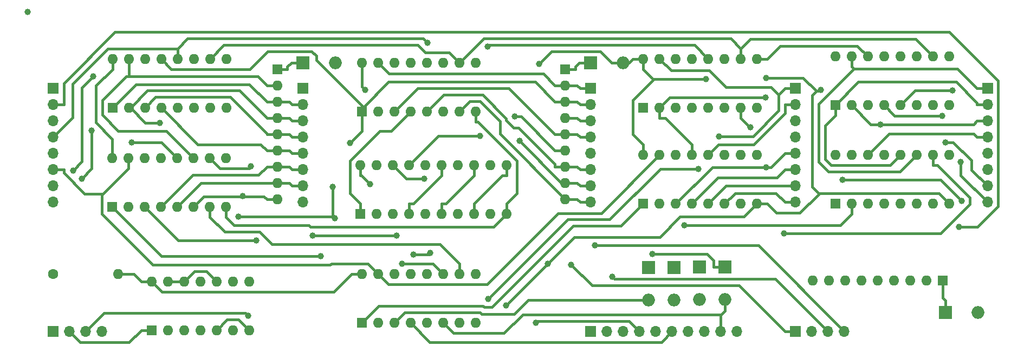
<source format=gbr>
%TF.GenerationSoftware,KiCad,Pcbnew,7.0.2*%
%TF.CreationDate,2023-06-04T09:33:39+01:00*%
%TF.ProjectId,SPI-Z80-BUS_ZXspectrum_impl,5350492d-5a38-4302-9d42-55535f5a5873,rev?*%
%TF.SameCoordinates,PX3473bc0PY19bfcc0*%
%TF.FileFunction,Copper,L1,Top*%
%TF.FilePolarity,Positive*%
%FSLAX46Y46*%
G04 Gerber Fmt 4.6, Leading zero omitted, Abs format (unit mm)*
G04 Created by KiCad (PCBNEW 7.0.2) date 2023-06-04 09:33:39*
%MOMM*%
%LPD*%
G01*
G04 APERTURE LIST*
%TA.AperFunction,ComponentPad*%
%ADD10R,1.700000X1.700000*%
%TD*%
%TA.AperFunction,ComponentPad*%
%ADD11O,1.700000X1.700000*%
%TD*%
%TA.AperFunction,ComponentPad*%
%ADD12R,1.600000X1.600000*%
%TD*%
%TA.AperFunction,ComponentPad*%
%ADD13O,1.600000X1.600000*%
%TD*%
%TA.AperFunction,ComponentPad*%
%ADD14R,2.000000X2.000000*%
%TD*%
%TA.AperFunction,ComponentPad*%
%ADD15O,2.000000X2.000000*%
%TD*%
%TA.AperFunction,ComponentPad*%
%ADD16C,1.600000*%
%TD*%
%TA.AperFunction,ViaPad*%
%ADD17C,1.000000*%
%TD*%
%TA.AperFunction,Conductor*%
%ADD18C,0.400000*%
%TD*%
G04 APERTURE END LIST*
D10*
%TO.P,LOCAL_CONTROL1,1,Pin_1*%
%TO.N,/SPI-Z80-BUS/LOCAL_CONTROL.RD*%
X120000000Y-50000000D03*
D11*
%TO.P,LOCAL_CONTROL1,2,Pin_2*%
%TO.N,/SPI-Z80-BUS/LOCAL_CONTROL.WR*%
X122540000Y-50000000D03*
%TO.P,LOCAL_CONTROL1,3,Pin_3*%
%TO.N,/SPI-Z80-BUS/LOCAL_CONTROL.IORQ*%
X125080000Y-50000000D03*
%TO.P,LOCAL_CONTROL1,4,Pin_4*%
%TO.N,/SPI-Z80-BUS/LOCAL_CONTROL.MEMRQ*%
X127620000Y-50000000D03*
%TD*%
D12*
%TO.P,ZX80_CONTROL.RD1,1,~{PL}*%
%TO.N,/SPI-Z80-BUS/ESP_SPI_INT.PL*%
X52220000Y-48635000D03*
D13*
%TO.P,ZX80_CONTROL.RD1,2,CP*%
%TO.N,/SPI-Z80-BUS/ESP_SPI_INT.SCK*%
X54760000Y-48635000D03*
%TO.P,ZX80_CONTROL.RD1,3,D4*%
%TO.N,/SPI-Z80-BUS/Z80_CONTROL.BUSRQ*%
X57300000Y-48635000D03*
%TO.P,ZX80_CONTROL.RD1,4,D5*%
%TO.N,/SPI-Z80-BUS/Z80_CONTROL.WAIT*%
X59840000Y-48635000D03*
%TO.P,ZX80_CONTROL.RD1,5,D6*%
%TO.N,/SPI-Z80-BUS/Z80_CONTROL.BUSACK*%
X62380000Y-48635000D03*
%TO.P,ZX80_CONTROL.RD1,6,D7*%
%TO.N,/SPI-Z80-BUS/Z80_CONTROL.NMI*%
X64920000Y-48635000D03*
%TO.P,ZX80_CONTROL.RD1,7,~{Q7}*%
%TO.N,Net-(LOCAL_A-L.RD1-DS)*%
X67460000Y-48635000D03*
%TO.P,ZX80_CONTROL.RD1,8,GND*%
%TO.N,GND*%
X70000000Y-48635000D03*
%TO.P,ZX80_CONTROL.RD1,9,Q7*%
%TO.N,unconnected-(ZX80_CONTROL.RD1-Q7-Pad9)*%
X70000000Y-41015000D03*
%TO.P,ZX80_CONTROL.RD1,10,DS*%
%TO.N,Net-(LOCAL_D.RD1-~{Q7})*%
X67460000Y-41015000D03*
%TO.P,ZX80_CONTROL.RD1,11,D0*%
%TO.N,/SPI-Z80-BUS/Z80_CONTROL.RD*%
X64920000Y-41015000D03*
%TO.P,ZX80_CONTROL.RD1,12,D1*%
%TO.N,/SPI-Z80-BUS/Z80_CONTROL.WR*%
X62380000Y-41015000D03*
%TO.P,ZX80_CONTROL.RD1,13,D2*%
%TO.N,/SPI-Z80-BUS/Z80_CONTROL.IORQ*%
X59840000Y-41015000D03*
%TO.P,ZX80_CONTROL.RD1,14,D3*%
%TO.N,/SPI-Z80-BUS/Z80_CONTROL.MEMRQ*%
X57300000Y-41015000D03*
%TO.P,ZX80_CONTROL.RD1,15,~{CE}*%
%TO.N,/SPI-Z80-BUS/ESP_SPI_INT.CE*%
X54760000Y-41015000D03*
%TO.P,ZX80_CONTROL.RD1,16,VCC*%
%TO.N,+5V*%
X52220000Y-41015000D03*
%TD*%
D14*
%TO.P,D5,1,K*%
%TO.N,/SPI-Z80-BUS/ESP_CONTROL.ROMCS*%
X105000000Y-39920000D03*
D15*
%TO.P,D5,2,A*%
%TO.N,/SPI-Z80-BUS/Z80_CONTROL.ROMCS*%
X105000000Y-45000000D03*
%TD*%
D12*
%TO.P,IC1,1*%
%TO.N,/SPI-Z80-BUS/ESP_PULSE*%
X19375000Y-49800000D03*
D13*
%TO.P,IC1,2*%
%TO.N,/SPI-Z80-BUS/ESP_CONTROL.WR*%
X21915000Y-49800000D03*
%TO.P,IC1,3*%
%TO.N,Net-(CONTROL.SELECT1-1A1)*%
X24455000Y-49800000D03*
%TO.P,IC1,4*%
%TO.N,GND*%
X26995000Y-49800000D03*
%TO.P,IC1,5*%
X29535000Y-49800000D03*
%TO.P,IC1,6*%
%TO.N,unconnected-(IC1-Pad6)*%
X32075000Y-49800000D03*
%TO.P,IC1,7,GND*%
%TO.N,GND*%
X34615000Y-49800000D03*
%TO.P,IC1,8*%
%TO.N,unconnected-(IC1-Pad8)*%
X34615000Y-42180000D03*
%TO.P,IC1,9*%
%TO.N,GND*%
X32075000Y-42180000D03*
%TO.P,IC1,10*%
X29535000Y-42180000D03*
%TO.P,IC1,11*%
%TO.N,unconnected-(IC1-Pad11)*%
X26995000Y-42180000D03*
%TO.P,IC1,12*%
%TO.N,GND*%
X24455000Y-42180000D03*
%TO.P,IC1,13*%
X21915000Y-42180000D03*
%TO.P,IC1,14,VCC*%
%TO.N,+5V*%
X19375000Y-42180000D03*
%TD*%
D10*
%TO.P,J6,1,Pin_1*%
%TO.N,/SPI-Z80-BUS/LOCAL_A0*%
X120000000Y-12000000D03*
D11*
%TO.P,J6,2,Pin_2*%
%TO.N,/SPI-Z80-BUS/LOCAL_A1*%
X120000000Y-14540000D03*
%TO.P,J6,3,Pin_3*%
%TO.N,/SPI-Z80-BUS/LOCAL_A2*%
X120000000Y-17080000D03*
%TO.P,J6,4,Pin_4*%
%TO.N,/SPI-Z80-BUS/LOCAL_A3*%
X120000000Y-19620000D03*
%TO.P,J6,5,Pin_5*%
%TO.N,/SPI-Z80-BUS/LOCAL_A4*%
X120000000Y-22160000D03*
%TO.P,J6,6,Pin_6*%
%TO.N,/SPI-Z80-BUS/LOCAL_A5*%
X120000000Y-24700000D03*
%TO.P,J6,7,Pin_7*%
%TO.N,/SPI-Z80-BUS/LOCAL_A6*%
X120000000Y-27240000D03*
%TO.P,J6,8,Pin_8*%
%TO.N,/SPI-Z80-BUS/LOCAL_A7*%
X120000000Y-29780000D03*
%TD*%
D14*
%TO.P,D3,1,K*%
%TO.N,/SPI-Z80-BUS/ESP_CONTROL.BUSRQ*%
X97000000Y-40000000D03*
D15*
%TO.P,D3,2,A*%
%TO.N,/SPI-Z80-BUS/Z80_CONTROL.BUSRQ*%
X97000000Y-45080000D03*
%TD*%
D12*
%TO.P,RN1,1,common*%
%TO.N,Net-(D7-K)*%
X143000000Y-42000000D03*
D13*
%TO.P,RN1,2,R1*%
%TO.N,/SPI-Z80-BUS/LOCAL_CONTROL.MEMRQ*%
X140460000Y-42000000D03*
%TO.P,RN1,3,R2*%
%TO.N,/SPI-Z80-BUS/LOCAL_CONTROL.IORQ*%
X137920000Y-42000000D03*
%TO.P,RN1,4,R3*%
%TO.N,/SPI-Z80-BUS/LOCAL_CONTROL.WR*%
X135380000Y-42000000D03*
%TO.P,RN1,5,R4*%
%TO.N,/SPI-Z80-BUS/LOCAL_CONTROL.RD*%
X132840000Y-42000000D03*
%TO.P,RN1,6,R5*%
%TO.N,unconnected-(RN1-R5-Pad6)*%
X130300000Y-42000000D03*
%TO.P,RN1,7,R6*%
%TO.N,unconnected-(RN1-R6-Pad7)*%
X127760000Y-42000000D03*
%TO.P,RN1,8,R7*%
%TO.N,unconnected-(RN1-R7-Pad8)*%
X125220000Y-42000000D03*
%TO.P,RN1,9,R8*%
%TO.N,unconnected-(RN1-R8-Pad9)*%
X122680000Y-42000000D03*
%TD*%
D14*
%TO.P,D7,1,K*%
%TO.N,Net-(D7-K)*%
X143460000Y-47000000D03*
D15*
%TO.P,D7,2,A*%
%TO.N,+5V*%
X148540000Y-47000000D03*
%TD*%
D14*
%TO.P,D1,1,K*%
%TO.N,Net-(D1-K)*%
X88000000Y-8000000D03*
D15*
%TO.P,D1,2,A*%
%TO.N,+5V*%
X93080000Y-8000000D03*
%TD*%
D12*
%TO.P,LOCAL_D.WR1,1,QB*%
%TO.N,/SPI-Z80-BUS/LOCAL_D1*%
X13260000Y-15000000D03*
D13*
%TO.P,LOCAL_D.WR1,2,QC*%
%TO.N,/SPI-Z80-BUS/LOCAL_D2*%
X15800000Y-15000000D03*
%TO.P,LOCAL_D.WR1,3,QD*%
%TO.N,/SPI-Z80-BUS/LOCAL_D3*%
X18340000Y-15000000D03*
%TO.P,LOCAL_D.WR1,4,QE*%
%TO.N,/SPI-Z80-BUS/LOCAL_D4*%
X20880000Y-15000000D03*
%TO.P,LOCAL_D.WR1,5,QF*%
%TO.N,/SPI-Z80-BUS/LOCAL_D5*%
X23420000Y-15000000D03*
%TO.P,LOCAL_D.WR1,6,QG*%
%TO.N,/SPI-Z80-BUS/LOCAL_D6*%
X25960000Y-15000000D03*
%TO.P,LOCAL_D.WR1,7,QH*%
%TO.N,/SPI-Z80-BUS/LOCAL_D7*%
X28500000Y-15000000D03*
%TO.P,LOCAL_D.WR1,8,GND*%
%TO.N,GND*%
X31040000Y-15000000D03*
%TO.P,LOCAL_D.WR1,9,QH'*%
%TO.N,Net-(ESP_CONTROL.WR1-SER)*%
X31040000Y-7380000D03*
%TO.P,LOCAL_D.WR1,10,~{SRCLR}*%
%TO.N,/SPI-Z80-BUS/ESP_SPI_INT.MR*%
X28500000Y-7380000D03*
%TO.P,LOCAL_D.WR1,11,SRCLK*%
%TO.N,/SPI-Z80-BUS/ESP_SPI_INT.SCK*%
X25960000Y-7380000D03*
%TO.P,LOCAL_D.WR1,12,RCLK*%
%TO.N,/SPI-Z80-BUS/ESP_SPI_INT.STC*%
X23420000Y-7380000D03*
%TO.P,LOCAL_D.WR1,13,~{OE}*%
%TO.N,/SPI-Z80-BUS/ESP_CONTROL.WR*%
X20880000Y-7380000D03*
%TO.P,LOCAL_D.WR1,14,SER*%
%TO.N,/SPI-Z80-BUS/ESP_SPI_INT.MOSI*%
X18340000Y-7380000D03*
%TO.P,LOCAL_D.WR1,15,QA*%
%TO.N,/SPI-Z80-BUS/LOCAL_D0*%
X15800000Y-7380000D03*
%TO.P,LOCAL_D.WR1,16,VCC*%
%TO.N,+5V*%
X13260000Y-7380000D03*
%TD*%
D12*
%TO.P,LOCAL_D.RD1,1,~{PL}*%
%TO.N,/SPI-Z80-BUS/ESP_SPI_INT.PL*%
X13220000Y-30500000D03*
D13*
%TO.P,LOCAL_D.RD1,2,CP*%
%TO.N,/SPI-Z80-BUS/ESP_SPI_INT.SCK*%
X15760000Y-30500000D03*
%TO.P,LOCAL_D.RD1,3,D4*%
%TO.N,/SPI-Z80-BUS/LOCAL_D4*%
X18300000Y-30500000D03*
%TO.P,LOCAL_D.RD1,4,D5*%
%TO.N,/SPI-Z80-BUS/LOCAL_D5*%
X20840000Y-30500000D03*
%TO.P,LOCAL_D.RD1,5,D6*%
%TO.N,/SPI-Z80-BUS/LOCAL_D6*%
X23380000Y-30500000D03*
%TO.P,LOCAL_D.RD1,6,D7*%
%TO.N,/SPI-Z80-BUS/LOCAL_D7*%
X25920000Y-30500000D03*
%TO.P,LOCAL_D.RD1,7,~{Q7}*%
%TO.N,Net-(LOCAL_D.RD1-~{Q7})*%
X28460000Y-30500000D03*
%TO.P,LOCAL_D.RD1,8,GND*%
%TO.N,GND*%
X31000000Y-30500000D03*
%TO.P,LOCAL_D.RD1,9,Q7*%
%TO.N,unconnected-(LOCAL_D.RD1-Q7-Pad9)*%
X31000000Y-22880000D03*
%TO.P,LOCAL_D.RD1,10,DS*%
%TO.N,GND*%
X28460000Y-22880000D03*
%TO.P,LOCAL_D.RD1,11,D0*%
%TO.N,/SPI-Z80-BUS/LOCAL_D0*%
X25920000Y-22880000D03*
%TO.P,LOCAL_D.RD1,12,D1*%
%TO.N,/SPI-Z80-BUS/LOCAL_D1*%
X23380000Y-22880000D03*
%TO.P,LOCAL_D.RD1,13,D2*%
%TO.N,/SPI-Z80-BUS/LOCAL_D2*%
X20840000Y-22880000D03*
%TO.P,LOCAL_D.RD1,14,D3*%
%TO.N,/SPI-Z80-BUS/LOCAL_D3*%
X18300000Y-22880000D03*
%TO.P,LOCAL_D.RD1,15,~{CE}*%
%TO.N,/SPI-Z80-BUS/ESP_SPI_INT.CE*%
X15760000Y-22880000D03*
%TO.P,LOCAL_D.RD1,16,VCC*%
%TO.N,+5V*%
X13220000Y-22880000D03*
%TD*%
D12*
%TO.P,ESP_CONTROL.WR1,1,QB*%
%TO.N,/SPI-Z80-BUS/ESP_CONTROL.WR*%
X52220000Y-15635000D03*
D13*
%TO.P,ESP_CONTROL.WR1,2,QC*%
%TO.N,/SPI-Z80-BUS/ESP_CONTROL.IORQ*%
X54760000Y-15635000D03*
%TO.P,ESP_CONTROL.WR1,3,QD*%
%TO.N,/SPI-Z80-BUS/ESP_CONTROL.MEMRQ*%
X57300000Y-15635000D03*
%TO.P,ESP_CONTROL.WR1,4,QE*%
%TO.N,/SPI-Z80-BUS/ESP_CONTROL.BUSRQ*%
X59840000Y-15635000D03*
%TO.P,ESP_CONTROL.WR1,5,QF*%
%TO.N,/SPI-Z80-BUS/ESP_CONTROL.WAIT*%
X62380000Y-15635000D03*
%TO.P,ESP_CONTROL.WR1,6,QG*%
%TO.N,/SPI-Z80-BUS/ESP_CONTROL.ROMCS*%
X64920000Y-15635000D03*
%TO.P,ESP_CONTROL.WR1,7,QH*%
%TO.N,/SPI-Z80-BUS/ESP_CONTROL.NMI*%
X67460000Y-15635000D03*
%TO.P,ESP_CONTROL.WR1,8,GND*%
%TO.N,GND*%
X70000000Y-15635000D03*
%TO.P,ESP_CONTROL.WR1,9,QH'*%
%TO.N,Net-(ESP_CONTROL.WR1-QH')*%
X70000000Y-8015000D03*
%TO.P,ESP_CONTROL.WR1,10,~{SRCLR}*%
%TO.N,/SPI-Z80-BUS/ESP_SPI_INT.MR*%
X67460000Y-8015000D03*
%TO.P,ESP_CONTROL.WR1,11,SRCLK*%
%TO.N,/SPI-Z80-BUS/ESP_SPI_INT.SCK*%
X64920000Y-8015000D03*
%TO.P,ESP_CONTROL.WR1,12,RCLK*%
%TO.N,/SPI-Z80-BUS/ESP_SPI_INT.STC*%
X62380000Y-8015000D03*
%TO.P,ESP_CONTROL.WR1,13,~{OE}*%
%TO.N,/SPI-Z80-BUS/ESP_SPI_INT.OE*%
X59840000Y-8015000D03*
%TO.P,ESP_CONTROL.WR1,14,SER*%
%TO.N,Net-(ESP_CONTROL.WR1-SER)*%
X57300000Y-8015000D03*
%TO.P,ESP_CONTROL.WR1,15,QA*%
%TO.N,/SPI-Z80-BUS/ESP_CONTROL.RD*%
X54760000Y-8015000D03*
%TO.P,ESP_CONTROL.WR1,16,VCC*%
%TO.N,+5V*%
X52220000Y-8015000D03*
%TD*%
D10*
%TO.P,J3,1,Pin_1*%
%TO.N,/SPI-Z80-BUS/ESP_SPI_INT.MOSI*%
X4000000Y-12000000D03*
D11*
%TO.P,J3,2,Pin_2*%
%TO.N,/SPI-Z80-BUS/ESP_SPI_INT.MISO*%
X4000000Y-14540000D03*
%TO.P,J3,3,Pin_3*%
%TO.N,/SPI-Z80-BUS/ESP_SPI_INT.SCK*%
X4000000Y-17080000D03*
%TO.P,J3,4,Pin_4*%
%TO.N,/SPI-Z80-BUS/ESP_SPI_INT.STC*%
X4000000Y-19620000D03*
%TO.P,J3,5,Pin_5*%
%TO.N,/SPI-Z80-BUS/ESP_SPI_INT.PL*%
X4000000Y-22160000D03*
%TO.P,J3,6,Pin_6*%
%TO.N,/SPI-Z80-BUS/ESP_SPI_INT.CE*%
X4000000Y-24700000D03*
%TO.P,J3,7,Pin_7*%
%TO.N,/SPI-Z80-BUS/ESP_SPI_INT.OE*%
X4000000Y-27240000D03*
%TO.P,J3,8,Pin_8*%
%TO.N,/SPI-Z80-BUS/ESP_SPI_INT.MR*%
X4000000Y-29780000D03*
%TD*%
D12*
%TO.P,CONTROL.SELECT1,1,1OE*%
%TO.N,/SPI-Z80-BUS/ESP_CONTROL.BUSRQ*%
X52000000Y-31620000D03*
D13*
%TO.P,CONTROL.SELECT1,2,1A0*%
%TO.N,/SPI-Z80-BUS/ESP_CONTROL.RD*%
X54540000Y-31620000D03*
%TO.P,CONTROL.SELECT1,3,2Y0*%
%TO.N,/SPI-Z80-BUS/Z80_CONTROL.RD*%
X57080000Y-31620000D03*
%TO.P,CONTROL.SELECT1,4,1A1*%
%TO.N,Net-(CONTROL.SELECT1-1A1)*%
X59620000Y-31620000D03*
%TO.P,CONTROL.SELECT1,5,2Y1*%
%TO.N,/SPI-Z80-BUS/Z80_CONTROL.WR*%
X62160000Y-31620000D03*
%TO.P,CONTROL.SELECT1,6,1A2*%
%TO.N,/SPI-Z80-BUS/ESP_CONTROL.IORQ*%
X64700000Y-31620000D03*
%TO.P,CONTROL.SELECT1,7,2Y2*%
%TO.N,/SPI-Z80-BUS/Z80_CONTROL.IORQ*%
X67240000Y-31620000D03*
%TO.P,CONTROL.SELECT1,8,1A3*%
%TO.N,/SPI-Z80-BUS/ESP_CONTROL.MEMRQ*%
X69780000Y-31620000D03*
%TO.P,CONTROL.SELECT1,9,2Y3*%
%TO.N,/SPI-Z80-BUS/Z80_CONTROL.MEMRQ*%
X72320000Y-31620000D03*
%TO.P,CONTROL.SELECT1,10,GND*%
%TO.N,GND*%
X74860000Y-31620000D03*
%TO.P,CONTROL.SELECT1,11,2A3*%
%TO.N,/SPI-Z80-BUS/ESP_CONTROL.MEMRQ*%
X74860000Y-24000000D03*
%TO.P,CONTROL.SELECT1,12,1Y3*%
%TO.N,/SPI-Z80-BUS/LOCAL_CONTROL.MEMRQ*%
X72320000Y-24000000D03*
%TO.P,CONTROL.SELECT1,13,2A2*%
%TO.N,/SPI-Z80-BUS/ESP_CONTROL.IORQ*%
X69780000Y-24000000D03*
%TO.P,CONTROL.SELECT1,14,1Y2*%
%TO.N,/SPI-Z80-BUS/LOCAL_CONTROL.IORQ*%
X67240000Y-24000000D03*
%TO.P,CONTROL.SELECT1,15,2A1*%
%TO.N,Net-(CONTROL.SELECT1-1A1)*%
X64700000Y-24000000D03*
%TO.P,CONTROL.SELECT1,16,1Y1*%
%TO.N,/SPI-Z80-BUS/LOCAL_CONTROL.WR*%
X62160000Y-24000000D03*
%TO.P,CONTROL.SELECT1,17,2A0*%
%TO.N,/SPI-Z80-BUS/ESP_CONTROL.RD*%
X59620000Y-24000000D03*
%TO.P,CONTROL.SELECT1,18,1Y0*%
%TO.N,/SPI-Z80-BUS/LOCAL_CONTROL.RD*%
X57080000Y-24000000D03*
%TO.P,CONTROL.SELECT1,19,2OE*%
%TO.N,/SPI-Z80-BUS/!ESP_HARDLOCK*%
X54540000Y-24000000D03*
%TO.P,CONTROL.SELECT1,20,VCC*%
%TO.N,+5V*%
X52000000Y-24000000D03*
%TD*%
D14*
%TO.P,D4,1,K*%
%TO.N,/SPI-Z80-BUS/ESP_CONTROL.WAIT*%
X101000000Y-40000000D03*
D15*
%TO.P,D4,2,A*%
%TO.N,/SPI-Z80-BUS/Z80_CONTROL.WAIT*%
X101000000Y-45080000D03*
%TD*%
D10*
%TO.P,J1,1,Pin_1*%
%TO.N,+5V*%
X4000000Y-50000000D03*
D11*
%TO.P,J1,2,Pin_2*%
%TO.N,/SPI-Z80-BUS/ESP_PULSE*%
X6540000Y-50000000D03*
%TO.P,J1,3,Pin_3*%
%TO.N,/SPI-Z80-BUS/!ESP_HARDLOCK*%
X9080000Y-50000000D03*
%TO.P,J1,4,Pin_4*%
%TO.N,GND*%
X11620000Y-50000000D03*
%TD*%
D10*
%TO.P,J7,1,Pin_1*%
%TO.N,/SPI-Z80-BUS/LOCAL_A8*%
X150000000Y-12000000D03*
D11*
%TO.P,J7,2,Pin_2*%
%TO.N,/SPI-Z80-BUS/LOCAL_A9*%
X150000000Y-14540000D03*
%TO.P,J7,3,Pin_3*%
%TO.N,/SPI-Z80-BUS/LOCAL_A10*%
X150000000Y-17080000D03*
%TO.P,J7,4,Pin_4*%
%TO.N,/SPI-Z80-BUS/LOCAL_A11*%
X150000000Y-19620000D03*
%TO.P,J7,5,Pin_5*%
%TO.N,/SPI-Z80-BUS/LOCAL_A12*%
X150000000Y-22160000D03*
%TO.P,J7,6,Pin_6*%
%TO.N,/SPI-Z80-BUS/LOCAL_A13*%
X150000000Y-24700000D03*
%TO.P,J7,7,Pin_7*%
%TO.N,/SPI-Z80-BUS/LOCAL_A14*%
X150000000Y-27240000D03*
%TO.P,J7,8,Pin_8*%
%TO.N,/SPI-Z80-BUS/LOCAL_A15*%
X150000000Y-29780000D03*
%TD*%
D12*
%TO.P,LOCAL_ADDR-H.WR1,1,QB*%
%TO.N,/SPI-Z80-BUS/LOCAL_A9*%
X126220000Y-14620000D03*
D13*
%TO.P,LOCAL_ADDR-H.WR1,2,QC*%
%TO.N,/SPI-Z80-BUS/LOCAL_A10*%
X128760000Y-14620000D03*
%TO.P,LOCAL_ADDR-H.WR1,3,QD*%
%TO.N,/SPI-Z80-BUS/LOCAL_A11*%
X131300000Y-14620000D03*
%TO.P,LOCAL_ADDR-H.WR1,4,QE*%
%TO.N,/SPI-Z80-BUS/LOCAL_A12*%
X133840000Y-14620000D03*
%TO.P,LOCAL_ADDR-H.WR1,5,QF*%
%TO.N,/SPI-Z80-BUS/LOCAL_A13*%
X136380000Y-14620000D03*
%TO.P,LOCAL_ADDR-H.WR1,6,QG*%
%TO.N,/SPI-Z80-BUS/LOCAL_A14*%
X138920000Y-14620000D03*
%TO.P,LOCAL_ADDR-H.WR1,7,QH*%
%TO.N,/SPI-Z80-BUS/LOCAL_A15*%
X141460000Y-14620000D03*
%TO.P,LOCAL_ADDR-H.WR1,8,GND*%
%TO.N,GND*%
X144000000Y-14620000D03*
%TO.P,LOCAL_ADDR-H.WR1,9,QH'*%
%TO.N,unconnected-(LOCAL_ADDR-H.WR1-QH'-Pad9)*%
X144000000Y-7000000D03*
%TO.P,LOCAL_ADDR-H.WR1,10,~{SRCLR}*%
%TO.N,/SPI-Z80-BUS/ESP_SPI_INT.MR*%
X141460000Y-7000000D03*
%TO.P,LOCAL_ADDR-H.WR1,11,SRCLK*%
%TO.N,/SPI-Z80-BUS/ESP_SPI_INT.SCK*%
X138920000Y-7000000D03*
%TO.P,LOCAL_ADDR-H.WR1,12,RCLK*%
%TO.N,/SPI-Z80-BUS/ESP_SPI_INT.STC*%
X136380000Y-7000000D03*
%TO.P,LOCAL_ADDR-H.WR1,13,~{OE}*%
%TO.N,/SPI-Z80-BUS/ESP_SPI_INT.OE*%
X133840000Y-7000000D03*
%TO.P,LOCAL_ADDR-H.WR1,14,SER*%
%TO.N,Net-(LOCAL_ADDR-H.WR1-SER)*%
X131300000Y-7000000D03*
%TO.P,LOCAL_ADDR-H.WR1,15,QA*%
%TO.N,/SPI-Z80-BUS/LOCAL_A8*%
X128760000Y-7000000D03*
%TO.P,LOCAL_ADDR-H.WR1,16,VCC*%
%TO.N,+5V*%
X126220000Y-7000000D03*
%TD*%
D12*
%TO.P,LOCAL_ADDR-L.WR1,1,QB*%
%TO.N,/SPI-Z80-BUS/LOCAL_A1*%
X96220000Y-15000000D03*
D13*
%TO.P,LOCAL_ADDR-L.WR1,2,QC*%
%TO.N,/SPI-Z80-BUS/LOCAL_A2*%
X98760000Y-15000000D03*
%TO.P,LOCAL_ADDR-L.WR1,3,QD*%
%TO.N,/SPI-Z80-BUS/LOCAL_A3*%
X101300000Y-15000000D03*
%TO.P,LOCAL_ADDR-L.WR1,4,QE*%
%TO.N,/SPI-Z80-BUS/LOCAL_A4*%
X103840000Y-15000000D03*
%TO.P,LOCAL_ADDR-L.WR1,5,QF*%
%TO.N,/SPI-Z80-BUS/LOCAL_A5*%
X106380000Y-15000000D03*
%TO.P,LOCAL_ADDR-L.WR1,6,QG*%
%TO.N,/SPI-Z80-BUS/LOCAL_A6*%
X108920000Y-15000000D03*
%TO.P,LOCAL_ADDR-L.WR1,7,QH*%
%TO.N,/SPI-Z80-BUS/LOCAL_A7*%
X111460000Y-15000000D03*
%TO.P,LOCAL_ADDR-L.WR1,8,GND*%
%TO.N,GND*%
X114000000Y-15000000D03*
%TO.P,LOCAL_ADDR-L.WR1,9,QH'*%
%TO.N,Net-(LOCAL_ADDR-H.WR1-SER)*%
X114000000Y-7380000D03*
%TO.P,LOCAL_ADDR-L.WR1,10,~{SRCLR}*%
%TO.N,/SPI-Z80-BUS/ESP_SPI_INT.MR*%
X111460000Y-7380000D03*
%TO.P,LOCAL_ADDR-L.WR1,11,SRCLK*%
%TO.N,/SPI-Z80-BUS/ESP_SPI_INT.SCK*%
X108920000Y-7380000D03*
%TO.P,LOCAL_ADDR-L.WR1,12,RCLK*%
%TO.N,/SPI-Z80-BUS/ESP_SPI_INT.STC*%
X106380000Y-7380000D03*
%TO.P,LOCAL_ADDR-L.WR1,13,~{OE}*%
%TO.N,/SPI-Z80-BUS/ESP_SPI_INT.OE*%
X103840000Y-7380000D03*
%TO.P,LOCAL_ADDR-L.WR1,14,SER*%
%TO.N,Net-(ESP_CONTROL.WR1-QH')*%
X101300000Y-7380000D03*
%TO.P,LOCAL_ADDR-L.WR1,15,QA*%
%TO.N,/SPI-Z80-BUS/LOCAL_A0*%
X98760000Y-7380000D03*
%TO.P,LOCAL_ADDR-L.WR1,16,VCC*%
%TO.N,+5V*%
X96220000Y-7380000D03*
%TD*%
D14*
%TO.P,D6,1,K*%
%TO.N,/SPI-Z80-BUS/ESP_CONTROL.NMI*%
X109000000Y-39920000D03*
D15*
%TO.P,D6,2,A*%
%TO.N,/SPI-Z80-BUS/Z80_CONTROL.NMI*%
X109000000Y-45000000D03*
%TD*%
D12*
%TO.P,LOCAL_A-H.RD1,1,~{PL}*%
%TO.N,/SPI-Z80-BUS/ESP_SPI_INT.PL*%
X126220000Y-30000000D03*
D13*
%TO.P,LOCAL_A-H.RD1,2,CP*%
%TO.N,/SPI-Z80-BUS/ESP_SPI_INT.SCK*%
X128760000Y-30000000D03*
%TO.P,LOCAL_A-H.RD1,3,D4*%
%TO.N,/SPI-Z80-BUS/LOCAL_A12*%
X131300000Y-30000000D03*
%TO.P,LOCAL_A-H.RD1,4,D5*%
%TO.N,/SPI-Z80-BUS/LOCAL_A13*%
X133840000Y-30000000D03*
%TO.P,LOCAL_A-H.RD1,5,D6*%
%TO.N,/SPI-Z80-BUS/LOCAL_A14*%
X136380000Y-30000000D03*
%TO.P,LOCAL_A-H.RD1,6,D7*%
%TO.N,/SPI-Z80-BUS/LOCAL_A15*%
X138920000Y-30000000D03*
%TO.P,LOCAL_A-H.RD1,7,~{Q7}*%
%TO.N,/SPI-Z80-BUS/ESP_SPI_INT.MISO*%
X141460000Y-30000000D03*
%TO.P,LOCAL_A-H.RD1,8,GND*%
%TO.N,GND*%
X144000000Y-30000000D03*
%TO.P,LOCAL_A-H.RD1,9,Q7*%
%TO.N,unconnected-(LOCAL_A-H.RD1-Q7-Pad9)*%
X144000000Y-22380000D03*
%TO.P,LOCAL_A-H.RD1,10,DS*%
%TO.N,Net-(LOCAL_A-H.RD1-DS)*%
X141460000Y-22380000D03*
%TO.P,LOCAL_A-H.RD1,11,D0*%
%TO.N,/SPI-Z80-BUS/LOCAL_A8*%
X138920000Y-22380000D03*
%TO.P,LOCAL_A-H.RD1,12,D1*%
%TO.N,/SPI-Z80-BUS/LOCAL_A9*%
X136380000Y-22380000D03*
%TO.P,LOCAL_A-H.RD1,13,D2*%
%TO.N,/SPI-Z80-BUS/LOCAL_A10*%
X133840000Y-22380000D03*
%TO.P,LOCAL_A-H.RD1,14,D3*%
%TO.N,/SPI-Z80-BUS/LOCAL_A11*%
X131300000Y-22380000D03*
%TO.P,LOCAL_A-H.RD1,15,~{CE}*%
%TO.N,/SPI-Z80-BUS/ESP_SPI_INT.CE*%
X128760000Y-22380000D03*
%TO.P,LOCAL_A-H.RD1,16,VCC*%
%TO.N,+5V*%
X126220000Y-22380000D03*
%TD*%
D12*
%TO.P,ESP_CONTROL.Bias1,1,common*%
%TO.N,Net-(D1-K)*%
X84000000Y-9000000D03*
D13*
%TO.P,ESP_CONTROL.Bias1,2,R1*%
%TO.N,/SPI-Z80-BUS/ESP_CONTROL.RD*%
X84000000Y-11540000D03*
%TO.P,ESP_CONTROL.Bias1,3,R2*%
%TO.N,/SPI-Z80-BUS/ESP_CONTROL.WR*%
X84000000Y-14080000D03*
%TO.P,ESP_CONTROL.Bias1,4,R3*%
%TO.N,/SPI-Z80-BUS/ESP_CONTROL.IORQ*%
X84000000Y-16620000D03*
%TO.P,ESP_CONTROL.Bias1,5,R4*%
%TO.N,/SPI-Z80-BUS/ESP_CONTROL.MEMRQ*%
X84000000Y-19160000D03*
%TO.P,ESP_CONTROL.Bias1,6,R5*%
%TO.N,/SPI-Z80-BUS/ESP_CONTROL.BUSRQ*%
X84000000Y-21700000D03*
%TO.P,ESP_CONTROL.Bias1,7,R6*%
%TO.N,/SPI-Z80-BUS/ESP_CONTROL.WAIT*%
X84000000Y-24240000D03*
%TO.P,ESP_CONTROL.Bias1,8,R7*%
%TO.N,/SPI-Z80-BUS/ESP_CONTROL.ROMCS*%
X84000000Y-26780000D03*
%TO.P,ESP_CONTROL.Bias1,9,R8*%
%TO.N,/SPI-Z80-BUS/ESP_CONTROL.NMI*%
X84000000Y-29320000D03*
%TD*%
D14*
%TO.P,D2,1,K*%
%TO.N,Net-(D2-K)*%
X43000000Y-8000000D03*
D15*
%TO.P,D2,2,A*%
%TO.N,+5V*%
X48080000Y-8000000D03*
%TD*%
D12*
%TO.P,LOCAL_A-L.RD1,1,~{PL}*%
%TO.N,/SPI-Z80-BUS/ESP_SPI_INT.PL*%
X96220000Y-30000000D03*
D13*
%TO.P,LOCAL_A-L.RD1,2,CP*%
%TO.N,/SPI-Z80-BUS/ESP_SPI_INT.SCK*%
X98760000Y-30000000D03*
%TO.P,LOCAL_A-L.RD1,3,D4*%
%TO.N,/SPI-Z80-BUS/LOCAL_A4*%
X101300000Y-30000000D03*
%TO.P,LOCAL_A-L.RD1,4,D5*%
%TO.N,/SPI-Z80-BUS/LOCAL_A5*%
X103840000Y-30000000D03*
%TO.P,LOCAL_A-L.RD1,5,D6*%
%TO.N,/SPI-Z80-BUS/LOCAL_A6*%
X106380000Y-30000000D03*
%TO.P,LOCAL_A-L.RD1,6,D7*%
%TO.N,/SPI-Z80-BUS/LOCAL_A7*%
X108920000Y-30000000D03*
%TO.P,LOCAL_A-L.RD1,7,~{Q7}*%
%TO.N,Net-(LOCAL_A-H.RD1-DS)*%
X111460000Y-30000000D03*
%TO.P,LOCAL_A-L.RD1,8,GND*%
%TO.N,GND*%
X114000000Y-30000000D03*
%TO.P,LOCAL_A-L.RD1,9,Q7*%
%TO.N,unconnected-(LOCAL_A-L.RD1-Q7-Pad9)*%
X114000000Y-22380000D03*
%TO.P,LOCAL_A-L.RD1,10,DS*%
%TO.N,Net-(LOCAL_A-L.RD1-DS)*%
X111460000Y-22380000D03*
%TO.P,LOCAL_A-L.RD1,11,D0*%
%TO.N,/SPI-Z80-BUS/LOCAL_A0*%
X108920000Y-22380000D03*
%TO.P,LOCAL_A-L.RD1,12,D1*%
%TO.N,/SPI-Z80-BUS/LOCAL_A1*%
X106380000Y-22380000D03*
%TO.P,LOCAL_A-L.RD1,13,D2*%
%TO.N,/SPI-Z80-BUS/LOCAL_A2*%
X103840000Y-22380000D03*
%TO.P,LOCAL_A-L.RD1,14,D3*%
%TO.N,/SPI-Z80-BUS/LOCAL_A3*%
X101300000Y-22380000D03*
%TO.P,LOCAL_A-L.RD1,15,~{CE}*%
%TO.N,/SPI-Z80-BUS/ESP_SPI_INT.CE*%
X98760000Y-22380000D03*
%TO.P,LOCAL_A-L.RD1,16,VCC*%
%TO.N,+5V*%
X96220000Y-22380000D03*
%TD*%
D10*
%TO.P,J2,1,Pin_1*%
%TO.N,/SPI-Z80-BUS/LOCAL_D0*%
X43000000Y-12000000D03*
D11*
%TO.P,J2,2,Pin_2*%
%TO.N,/SPI-Z80-BUS/LOCAL_D1*%
X43000000Y-14540000D03*
%TO.P,J2,3,Pin_3*%
%TO.N,/SPI-Z80-BUS/LOCAL_D2*%
X43000000Y-17080000D03*
%TO.P,J2,4,Pin_4*%
%TO.N,/SPI-Z80-BUS/LOCAL_D3*%
X43000000Y-19620000D03*
%TO.P,J2,5,Pin_5*%
%TO.N,/SPI-Z80-BUS/LOCAL_D4*%
X43000000Y-22160000D03*
%TO.P,J2,6,Pin_6*%
%TO.N,/SPI-Z80-BUS/LOCAL_D5*%
X43000000Y-24700000D03*
%TO.P,J2,7,Pin_7*%
%TO.N,/SPI-Z80-BUS/LOCAL_D6*%
X43000000Y-27240000D03*
%TO.P,J2,8,Pin_8*%
%TO.N,/SPI-Z80-BUS/LOCAL_D7*%
X43000000Y-29780000D03*
%TD*%
D10*
%TO.P,J5,1,Pin_1*%
%TO.N,/SPI-Z80-BUS/Z80_CONTROL.RD*%
X88000000Y-50000000D03*
D11*
%TO.P,J5,2,Pin_2*%
%TO.N,/SPI-Z80-BUS/Z80_CONTROL.WR*%
X90540000Y-50000000D03*
%TO.P,J5,3,Pin_3*%
%TO.N,/SPI-Z80-BUS/Z80_CONTROL.IORQ*%
X93080000Y-50000000D03*
%TO.P,J5,4,Pin_4*%
%TO.N,/SPI-Z80-BUS/Z80_CONTROL.MEMRQ*%
X95620000Y-50000000D03*
%TO.P,J5,5,Pin_5*%
%TO.N,/SPI-Z80-BUS/Z80_CONTROL.BUSRQ*%
X98160000Y-50000000D03*
%TO.P,J5,6,Pin_6*%
%TO.N,/SPI-Z80-BUS/Z80_CONTROL.WAIT*%
X100700000Y-50000000D03*
%TO.P,J5,7,Pin_7*%
%TO.N,/SPI-Z80-BUS/Z80_CONTROL.ROMCS*%
X103240000Y-50000000D03*
%TO.P,J5,8,Pin_8*%
%TO.N,/SPI-Z80-BUS/Z80_CONTROL.BUSACK*%
X105780000Y-50000000D03*
%TO.P,J5,9,Pin_9*%
%TO.N,/SPI-Z80-BUS/Z80_CONTROL.NMI*%
X108320000Y-50000000D03*
%TO.P,J5,10,Pin_10*%
%TO.N,/SPI-Z80-BUS/Z80_CONTROL.RESET*%
X110860000Y-50000000D03*
%TD*%
D16*
%TO.P,R1,1*%
%TO.N,/SPI-Z80-BUS/ESP_SPI_INT.MR*%
X4000000Y-41000000D03*
D13*
%TO.P,R1,2*%
%TO.N,+5V*%
X14160000Y-41000000D03*
%TD*%
D12*
%TO.P,LOCAL_D.Bias1,1,common*%
%TO.N,Net-(D2-K)*%
X39000000Y-9000000D03*
D13*
%TO.P,LOCAL_D.Bias1,2,R1*%
%TO.N,/SPI-Z80-BUS/LOCAL_D0*%
X39000000Y-11540000D03*
%TO.P,LOCAL_D.Bias1,3,R2*%
%TO.N,/SPI-Z80-BUS/LOCAL_D1*%
X39000000Y-14080000D03*
%TO.P,LOCAL_D.Bias1,4,R3*%
%TO.N,/SPI-Z80-BUS/LOCAL_D2*%
X39000000Y-16620000D03*
%TO.P,LOCAL_D.Bias1,5,R4*%
%TO.N,/SPI-Z80-BUS/LOCAL_D3*%
X39000000Y-19160000D03*
%TO.P,LOCAL_D.Bias1,6,R5*%
%TO.N,/SPI-Z80-BUS/LOCAL_D4*%
X39000000Y-21700000D03*
%TO.P,LOCAL_D.Bias1,7,R6*%
%TO.N,/SPI-Z80-BUS/LOCAL_D5*%
X39000000Y-24240000D03*
%TO.P,LOCAL_D.Bias1,8,R7*%
%TO.N,/SPI-Z80-BUS/LOCAL_D6*%
X39000000Y-26780000D03*
%TO.P,LOCAL_D.Bias1,9,R8*%
%TO.N,/SPI-Z80-BUS/LOCAL_D7*%
X39000000Y-29320000D03*
%TD*%
D10*
%TO.P,J4,1,Pin_1*%
%TO.N,/SPI-Z80-BUS/ESP_CONTROL.RD*%
X88000000Y-12000000D03*
D11*
%TO.P,J4,2,Pin_2*%
%TO.N,/SPI-Z80-BUS/ESP_CONTROL.WR*%
X88000000Y-14540000D03*
%TO.P,J4,3,Pin_3*%
%TO.N,/SPI-Z80-BUS/ESP_CONTROL.IORQ*%
X88000000Y-17080000D03*
%TO.P,J4,4,Pin_4*%
%TO.N,/SPI-Z80-BUS/ESP_CONTROL.MEMRQ*%
X88000000Y-19620000D03*
%TO.P,J4,5,Pin_5*%
%TO.N,/SPI-Z80-BUS/ESP_CONTROL.BUSRQ*%
X88000000Y-22160000D03*
%TO.P,J4,6,Pin_6*%
%TO.N,/SPI-Z80-BUS/ESP_CONTROL.WAIT*%
X88000000Y-24700000D03*
%TO.P,J4,7,Pin_7*%
%TO.N,/SPI-Z80-BUS/ESP_CONTROL.ROMCS*%
X88000000Y-27240000D03*
%TO.P,J4,8,Pin_8*%
%TO.N,/SPI-Z80-BUS/ESP_CONTROL.NMI*%
X88000000Y-29780000D03*
%TD*%
D17*
%TO.N,*%
X0Y0D03*
%TO.N,/SPI-Z80-BUS/ESP_CONTROL.BUSRQ*%
X76103100Y-16414800D03*
%TO.N,/SPI-Z80-BUS/ESP_CONTROL.RD*%
X70684000Y-19411500D03*
%TO.N,/SPI-Z80-BUS/Z80_CONTROL.RD*%
X58519200Y-39414800D03*
%TO.N,Net-(CONTROL.SELECT1-1A1)*%
X44516900Y-34996600D03*
X57690000Y-34996600D03*
%TO.N,/SPI-Z80-BUS/Z80_CONTROL.IORQ*%
X62903800Y-37740000D03*
X60303500Y-37957400D03*
%TO.N,/SPI-Z80-BUS/Z80_CONTROL.MEMRQ*%
X79447400Y-48667200D03*
%TO.N,GND*%
X34917600Y-24199700D03*
X74731700Y-45906500D03*
X115413700Y-10329700D03*
X81257200Y-39381000D03*
X123948900Y-12205500D03*
%TO.N,/SPI-Z80-BUS/LOCAL_CONTROL.MEMRQ*%
X88616600Y-36572600D03*
%TO.N,/SPI-Z80-BUS/LOCAL_CONTROL.IORQ*%
X91359200Y-41468900D03*
%TO.N,/SPI-Z80-BUS/LOCAL_CONTROL.RD*%
X62018600Y-26150000D03*
X84967300Y-39561400D03*
%TO.N,/SPI-Z80-BUS/!ESP_HARDLOCK*%
X34484100Y-47570700D03*
%TO.N,+5V*%
X52716300Y-12255800D03*
X79925000Y-8194100D03*
X53476300Y-26931500D03*
X106020100Y-10572900D03*
X127368500Y-26290600D03*
X145939900Y-29566600D03*
%TO.N,/SPI-Z80-BUS/ESP_CONTROL.ROMCS*%
X76878100Y-20219100D03*
%TO.N,/SPI-Z80-BUS/ESP_CONTROL.NMI*%
X97590400Y-37888500D03*
%TO.N,/SPI-Z80-BUS/ESP_CONTROL.WR*%
X50354700Y-20522300D03*
%TO.N,/SPI-Z80-BUS/ESP_SPI_INT.MR*%
X8487900Y-26085900D03*
X10026000Y-18547300D03*
%TO.N,/SPI-Z80-BUS/ESP_SPI_INT.SCK*%
X47675700Y-27395300D03*
X32906200Y-32033600D03*
X102615100Y-33389300D03*
X48041200Y-32337600D03*
%TO.N,/SPI-Z80-BUS/ESP_SPI_INT.STC*%
X62493900Y-4890000D03*
X71858500Y-5499400D03*
%TO.N,/SPI-Z80-BUS/ESP_SPI_INT.OE*%
X10289500Y-10098400D03*
X7115000Y-24831700D03*
%TO.N,/SPI-Z80-BUS/LOCAL_D1*%
X16275000Y-20410400D03*
%TO.N,/SPI-Z80-BUS/LOCAL_D2*%
X20655200Y-17362500D03*
%TO.N,/SPI-Z80-BUS/LOCAL_D4*%
X35722900Y-35740900D03*
%TO.N,/SPI-Z80-BUS/LOCAL_D7*%
X33605000Y-28798400D03*
%TO.N,/SPI-Z80-BUS/LOCAL_A0*%
X108021800Y-19472900D03*
%TO.N,/SPI-Z80-BUS/LOCAL_A2*%
X115341400Y-13399900D03*
%TO.N,/SPI-Z80-BUS/LOCAL_A4*%
X115429700Y-24299400D03*
%TO.N,/SPI-Z80-BUS/LOCAL_A7*%
X112938500Y-18035500D03*
%TO.N,/SPI-Z80-BUS/LOCAL_A10*%
X133282200Y-17618100D03*
%TO.N,/SPI-Z80-BUS/LOCAL_A12*%
X142931400Y-16280000D03*
%TO.N,/SPI-Z80-BUS/LOCAL_A13*%
X144551000Y-12312200D03*
%TO.N,/SPI-Z80-BUS/LOCAL_A14*%
X143396200Y-20412800D03*
%TO.N,/SPI-Z80-BUS/LOCAL_A15*%
X145842400Y-23477000D03*
%TO.N,/SPI-Z80-BUS/ESP_SPI_INT.MISO*%
X145557400Y-33669000D03*
%TO.N,/SPI-Z80-BUS/ESP_SPI_INT.PL*%
X45837700Y-38234700D03*
%TO.N,Net-(LOCAL_A-H.RD1-DS)*%
X118213300Y-34699900D03*
%TO.N,Net-(LOCAL_A-L.RD1-DS)*%
X71976100Y-44906900D03*
X104816100Y-24601000D03*
%TD*%
D18*
%TO.N,/SPI-Z80-BUS/ESP_CONTROL.BUSRQ*%
X83507900Y-21700000D02*
X84000000Y-21700000D01*
X77114700Y-16414800D02*
X82399900Y-21700000D01*
X56823900Y-18651100D02*
X59840000Y-15635000D01*
X50381500Y-28401400D02*
X50381500Y-23300600D01*
X52000000Y-30019900D02*
X50381500Y-28401400D01*
X76103100Y-16414800D02*
X77114700Y-16414800D01*
X50381500Y-23300600D02*
X55031000Y-18651100D01*
X83507900Y-21700000D02*
X82399900Y-21700000D01*
X55031000Y-18651100D02*
X56823900Y-18651100D01*
X52000000Y-31620000D02*
X52000000Y-30019900D01*
%TO.N,/SPI-Z80-BUS/ESP_CONTROL.RD*%
X80569200Y-9709300D02*
X56454300Y-9709300D01*
X82399900Y-11540000D02*
X80569200Y-9709300D01*
X56454300Y-9709300D02*
X54760000Y-8015000D01*
X85889900Y-11540000D02*
X84000000Y-11540000D01*
X59620000Y-24000000D02*
X64208500Y-19411500D01*
X86349900Y-12000000D02*
X85889900Y-11540000D01*
X64208500Y-19411500D02*
X70684000Y-19411500D01*
X88000000Y-12000000D02*
X86349900Y-12000000D01*
X84000000Y-11540000D02*
X82399900Y-11540000D01*
%TO.N,/SPI-Z80-BUS/Z80_CONTROL.RD*%
X63319800Y-39414800D02*
X58519200Y-39414800D01*
X64920000Y-41015000D02*
X63319800Y-39414800D01*
%TO.N,Net-(CONTROL.SELECT1-1A1)*%
X59620000Y-31620000D02*
X59620000Y-30019900D01*
X60280200Y-30019900D02*
X64700000Y-25600100D01*
X64700000Y-24000000D02*
X64700000Y-25600100D01*
X59620000Y-30019900D02*
X60280200Y-30019900D01*
X57690000Y-34996600D02*
X44516900Y-34996600D01*
%TO.N,/SPI-Z80-BUS/ESP_CONTROL.IORQ*%
X84000000Y-16620000D02*
X85889900Y-16620000D01*
X88000000Y-17080000D02*
X86349900Y-17080000D01*
X65360200Y-30019900D02*
X69780000Y-25600100D01*
X64700000Y-31620000D02*
X64700000Y-30019900D01*
X69780000Y-24000000D02*
X69780000Y-25600100D01*
X85889900Y-16620000D02*
X86349900Y-17080000D01*
X64700000Y-30019900D02*
X65360200Y-30019900D01*
%TO.N,/SPI-Z80-BUS/Z80_CONTROL.IORQ*%
X62686400Y-37957400D02*
X62903800Y-37740000D01*
X60303500Y-37957400D02*
X62686400Y-37957400D01*
%TO.N,/SPI-Z80-BUS/ESP_CONTROL.MEMRQ*%
X69780000Y-31620000D02*
X69780000Y-30019900D01*
X74199800Y-25600100D02*
X69780000Y-30019900D01*
X74860000Y-25600100D02*
X74199800Y-25600100D01*
X75233800Y-11993900D02*
X82399900Y-19160000D01*
X60941100Y-11993900D02*
X75233800Y-11993900D01*
X74860000Y-24000000D02*
X74860000Y-25600100D01*
X85889900Y-19160000D02*
X84000000Y-19160000D01*
X84000000Y-19160000D02*
X82399900Y-19160000D01*
X57300000Y-15635000D02*
X60941100Y-11993900D01*
X86349900Y-19620000D02*
X85889900Y-19160000D01*
X88000000Y-19620000D02*
X86349900Y-19620000D01*
%TO.N,/SPI-Z80-BUS/Z80_CONTROL.MEMRQ*%
X79764700Y-48349900D02*
X79447400Y-48667200D01*
X93969900Y-48349900D02*
X79764700Y-48349900D01*
X95620000Y-50000000D02*
X93969900Y-48349900D01*
%TO.N,GND*%
X21915000Y-42180000D02*
X23515100Y-42180000D01*
X114000000Y-30000000D02*
X115600100Y-30000000D01*
X117036600Y-31436500D02*
X120699200Y-31436500D01*
X70000000Y-15635000D02*
X70000000Y-17235100D01*
X123597000Y-28538700D02*
X123597000Y-28376300D01*
X31000000Y-30500000D02*
X31000000Y-32100100D01*
X34632400Y-24484900D02*
X34917600Y-24199700D01*
X120699200Y-31436500D02*
X123597000Y-28538700D01*
X85414100Y-35224100D02*
X98822500Y-35224100D01*
X142376300Y-28376300D02*
X144000000Y-30000000D01*
X101963500Y-32083100D02*
X111916900Y-32083100D01*
X72842300Y-33637700D02*
X44219000Y-33637700D01*
X32279600Y-33379700D02*
X31000000Y-32100100D01*
X32981800Y-48166800D02*
X34615000Y-49800000D01*
X30064900Y-24484900D02*
X34632400Y-24484900D01*
X29535000Y-49800000D02*
X31168200Y-48166800D01*
X122619600Y-13105200D02*
X123286600Y-12438200D01*
X70390500Y-17235100D02*
X70000000Y-17235100D01*
X24455000Y-42180000D02*
X23515100Y-42180000D01*
X74860000Y-31620000D02*
X72842300Y-33637700D01*
X76482100Y-28397800D02*
X76482100Y-23326700D01*
X28460000Y-22880000D02*
X30064900Y-24484900D01*
X98822500Y-35224100D02*
X101963500Y-32083100D01*
X27934600Y-40579600D02*
X26055400Y-40579600D01*
X111916900Y-32083100D02*
X114000000Y-30000000D01*
X43961000Y-33379700D02*
X32279600Y-33379700D01*
X74731700Y-45906500D02*
X81257200Y-39381000D01*
X123597000Y-28376300D02*
X142376300Y-28376300D01*
X115600100Y-30000000D02*
X117036600Y-31436500D01*
X31168200Y-48166800D02*
X32981800Y-48166800D01*
X76482100Y-23326700D02*
X70390500Y-17235100D01*
X123597000Y-28376300D02*
X122619600Y-27398900D01*
X29535000Y-42180000D02*
X27934600Y-40579600D01*
X123286600Y-12438200D02*
X121178100Y-10329700D01*
X121178100Y-10329700D02*
X115413700Y-10329700D01*
X74860000Y-31620000D02*
X74860000Y-30019900D01*
X44219000Y-33637700D02*
X43961000Y-33379700D01*
X26055400Y-40579600D02*
X24455000Y-42180000D01*
X74860000Y-30019900D02*
X76482100Y-28397800D01*
X81257200Y-39381000D02*
X85414100Y-35224100D01*
X122619600Y-27398900D02*
X122619600Y-13105200D01*
X123286600Y-12438200D02*
X123716200Y-12438200D01*
X123716200Y-12438200D02*
X123948900Y-12205500D01*
%TO.N,/SPI-Z80-BUS/LOCAL_CONTROL.MEMRQ*%
X114192600Y-36572600D02*
X88616600Y-36572600D01*
X127620000Y-50000000D02*
X114192600Y-36572600D01*
%TO.N,/SPI-Z80-BUS/LOCAL_CONTROL.IORQ*%
X91697700Y-41807400D02*
X91359200Y-41468900D01*
X116887400Y-41807400D02*
X91697700Y-41807400D01*
X125080000Y-50000000D02*
X116887400Y-41807400D01*
%TO.N,/SPI-Z80-BUS/LOCAL_CONTROL.RD*%
X120000000Y-50000000D02*
X118349900Y-50000000D01*
X57080000Y-24000000D02*
X59230000Y-26150000D01*
X59230000Y-26150000D02*
X62018600Y-26150000D01*
X118349900Y-50000000D02*
X111157500Y-42807600D01*
X111157500Y-42807600D02*
X88213500Y-42807600D01*
X88213500Y-42807600D02*
X84967300Y-39561400D01*
%TO.N,/SPI-Z80-BUS/!ESP_HARDLOCK*%
X34061900Y-47148500D02*
X11931500Y-47148500D01*
X11931500Y-47148500D02*
X9080000Y-50000000D01*
X34484100Y-47570700D02*
X34061900Y-47148500D01*
%TO.N,+5V*%
X52144900Y-25600100D02*
X53476300Y-26931500D01*
X13260000Y-7380000D02*
X13260000Y-8980100D01*
X96220000Y-8980100D02*
X97833100Y-10593100D01*
X127368500Y-26290600D02*
X142663900Y-26290600D01*
X14160000Y-41000000D02*
X16594900Y-41000000D01*
X93080000Y-8000000D02*
X93999900Y-8000000D01*
X93080000Y-8000000D02*
X91279900Y-8000000D01*
X20992100Y-43797100D02*
X19375000Y-42180000D01*
X10652000Y-11588100D02*
X13260000Y-8980100D01*
X52000000Y-24000000D02*
X52000000Y-25600100D01*
X13220000Y-19902600D02*
X10652000Y-17334600D01*
X13220000Y-21279900D02*
X13220000Y-19902600D01*
X81919300Y-6199800D02*
X89479700Y-6199800D01*
X79925000Y-8194100D02*
X81919300Y-6199800D01*
X19375000Y-42180000D02*
X17774900Y-42180000D01*
X96220000Y-7380000D02*
X94619900Y-7380000D01*
X94594300Y-13831900D02*
X97833100Y-10593100D01*
X93999900Y-8000000D02*
X94619900Y-7380000D01*
X13220000Y-22880000D02*
X13220000Y-21279900D01*
X96220000Y-7380000D02*
X96220000Y-8980100D01*
X47837800Y-43797100D02*
X20992100Y-43797100D01*
X96220000Y-20779900D02*
X94594300Y-19154200D01*
X142663900Y-26290600D02*
X145939900Y-29566600D01*
X96220000Y-22380000D02*
X96220000Y-20779900D01*
X97853300Y-10572900D02*
X106020100Y-10572900D01*
X94594300Y-19154200D02*
X94594300Y-13831900D01*
X10652000Y-17334600D02*
X10652000Y-11588100D01*
X97833100Y-10593100D02*
X97853300Y-10572900D01*
X52220000Y-41015000D02*
X50619900Y-41015000D01*
X52716300Y-12255800D02*
X52220000Y-11759500D01*
X50619900Y-41015000D02*
X47837800Y-43797100D01*
X52000000Y-25600100D02*
X52144900Y-25600100D01*
X52220000Y-11759500D02*
X52220000Y-8015000D01*
X16594900Y-41000000D02*
X17774900Y-42180000D01*
X89479700Y-6199800D02*
X91279900Y-8000000D01*
%TO.N,Net-(D1-K)*%
X84000000Y-9000000D02*
X85600100Y-9000000D01*
X88000000Y-8000000D02*
X86199900Y-8000000D01*
X85600100Y-8599800D02*
X86199900Y-8000000D01*
X85600100Y-9000000D02*
X85600100Y-8599800D01*
%TO.N,Net-(D2-K)*%
X40600100Y-8599800D02*
X41199900Y-8000000D01*
X39000000Y-9000000D02*
X40600100Y-9000000D01*
X40600100Y-9000000D02*
X40600100Y-8599800D01*
X43000000Y-8000000D02*
X41199900Y-8000000D01*
%TO.N,Net-(D7-K)*%
X143000000Y-44739900D02*
X143460000Y-45199900D01*
X143460000Y-47000000D02*
X143460000Y-45199900D01*
X143000000Y-42000000D02*
X143000000Y-44739900D01*
%TO.N,/SPI-Z80-BUS/Z80_CONTROL.BUSRQ*%
X70735100Y-47033800D02*
X70958800Y-47257500D01*
X57300000Y-48635000D02*
X58901200Y-47033800D01*
X76033600Y-47257500D02*
X78211100Y-45080000D01*
X58901200Y-47033800D02*
X70735100Y-47033800D01*
X78211100Y-45080000D02*
X95199900Y-45080000D01*
X97000000Y-45080000D02*
X95199900Y-45080000D01*
X70958800Y-47257500D02*
X76033600Y-47257500D01*
%TO.N,/SPI-Z80-BUS/ESP_CONTROL.WAIT*%
X88000000Y-24700000D02*
X86349900Y-24700000D01*
X76715100Y-18158100D02*
X75952300Y-18158100D01*
X71088900Y-13014500D02*
X65000500Y-13014500D01*
X84000000Y-24240000D02*
X82399900Y-24240000D01*
X82399900Y-24240000D02*
X82399900Y-23842900D01*
X74802900Y-16728500D02*
X71088900Y-13014500D01*
X75952300Y-18158100D02*
X74802900Y-17008700D01*
X65000500Y-13014500D02*
X62380000Y-15635000D01*
X82399900Y-23842900D02*
X76715100Y-18158100D01*
X86349900Y-24700000D02*
X85889900Y-24240000D01*
X85889900Y-24240000D02*
X84000000Y-24240000D01*
X74802900Y-17008700D02*
X74802900Y-16728500D01*
%TO.N,/SPI-Z80-BUS/Z80_CONTROL.WAIT*%
X99049400Y-51650600D02*
X62855600Y-51650600D01*
X62855600Y-51650600D02*
X59840000Y-48635000D01*
X100700000Y-50000000D02*
X99049400Y-51650600D01*
%TO.N,/SPI-Z80-BUS/ESP_CONTROL.ROMCS*%
X88000000Y-27240000D02*
X86349900Y-27240000D01*
X86349900Y-27240000D02*
X85889900Y-26780000D01*
X84000000Y-26780000D02*
X83439000Y-26780000D01*
X85889900Y-26780000D02*
X84000000Y-26780000D01*
X83439000Y-26780000D02*
X76878100Y-20219100D01*
%TO.N,/SPI-Z80-BUS/ESP_CONTROL.NMI*%
X107199900Y-38907400D02*
X106181000Y-37888500D01*
X88000000Y-29780000D02*
X86349900Y-29780000D01*
X73802700Y-19122700D02*
X73802700Y-17158700D01*
X106181000Y-37888500D02*
X97590400Y-37888500D01*
X85889900Y-29320000D02*
X84000000Y-29320000D01*
X109000000Y-39920000D02*
X107199900Y-39920000D01*
X69070300Y-14024700D02*
X67460000Y-15635000D01*
X84000000Y-29320000D02*
X73802700Y-19122700D01*
X73802700Y-17158700D02*
X70668700Y-14024700D01*
X107199900Y-39920000D02*
X107199900Y-38907400D01*
X70668700Y-14024700D02*
X69070300Y-14024700D01*
X86349900Y-29780000D02*
X85889900Y-29320000D01*
%TO.N,/SPI-Z80-BUS/Z80_CONTROL.NMI*%
X109000000Y-45000000D02*
X109000000Y-46800100D01*
X77371100Y-47334400D02*
X108174300Y-47334400D01*
X108174300Y-47334400D02*
X108320000Y-47480100D01*
X66524200Y-50239200D02*
X74466300Y-50239200D01*
X108320000Y-50000000D02*
X108320000Y-47480100D01*
X108320000Y-47480100D02*
X109000000Y-46800100D01*
X64920000Y-48635000D02*
X66524200Y-50239200D01*
X74466300Y-50239200D02*
X77371100Y-47334400D01*
%TO.N,/SPI-Z80-BUS/ESP_CONTROL.WR*%
X82399900Y-14080000D02*
X79309200Y-10989300D01*
X79309200Y-10989300D02*
X56425500Y-10989300D01*
X22482300Y-8982300D02*
X20880000Y-7380000D01*
X45100200Y-6896300D02*
X44403700Y-6199800D01*
X52465800Y-14949000D02*
X45100200Y-7583400D01*
X85889900Y-14080000D02*
X84000000Y-14080000D01*
X56425500Y-10989300D02*
X52465800Y-14949000D01*
X37478300Y-6199800D02*
X34695800Y-8982300D01*
X86349900Y-14540000D02*
X85889900Y-14080000D01*
X84000000Y-14080000D02*
X82399900Y-14080000D01*
X88000000Y-14540000D02*
X86349900Y-14540000D01*
X52465800Y-15389200D02*
X52220000Y-15635000D01*
X52220000Y-15635000D02*
X52220000Y-18657000D01*
X34695800Y-8982300D02*
X22482300Y-8982300D01*
X44403700Y-6199800D02*
X37478300Y-6199800D01*
X52220000Y-18657000D02*
X50354700Y-20522300D01*
X45100200Y-7583400D02*
X45100200Y-6896300D01*
X52465800Y-14949000D02*
X52465800Y-15389200D01*
%TO.N,/SPI-Z80-BUS/ESP_SPI_INT.MR*%
X141460000Y-7000000D02*
X138774400Y-4314400D01*
X109879100Y-4199000D02*
X71276000Y-4199000D01*
X111460000Y-7380000D02*
X111460000Y-5779900D01*
X71276000Y-4199000D02*
X67460000Y-8015000D01*
X138774400Y-4314400D02*
X112925500Y-4314400D01*
X30682800Y-5197200D02*
X60962500Y-5197200D01*
X8487900Y-26085900D02*
X10026000Y-24547800D01*
X60962500Y-5197200D02*
X62178700Y-6413400D01*
X62178700Y-6413400D02*
X65858400Y-6413400D01*
X65858400Y-6413400D02*
X67460000Y-8015000D01*
X112925500Y-4314400D02*
X111460000Y-5779900D01*
X10026000Y-24547800D02*
X10026000Y-18547300D01*
X28500000Y-7380000D02*
X30682800Y-5197200D01*
X111460000Y-5779900D02*
X109879100Y-4199000D01*
%TO.N,/SPI-Z80-BUS/ESP_SPI_INT.SCK*%
X126970800Y-33389300D02*
X102615100Y-33389300D01*
X47675700Y-32033600D02*
X32906200Y-32033600D01*
X128760000Y-30000000D02*
X128760000Y-31600100D01*
X47675700Y-32033600D02*
X47737200Y-32033600D01*
X47675700Y-32033600D02*
X47675700Y-27395300D01*
X128760000Y-31600100D02*
X126970800Y-33389300D01*
X47737200Y-32033600D02*
X48041200Y-32337600D01*
%TO.N,/SPI-Z80-BUS/ESP_SPI_INT.STC*%
X12564200Y-5779900D02*
X7073500Y-11270600D01*
X104199600Y-5199600D02*
X106380000Y-7380000D01*
X71858500Y-5499400D02*
X72158300Y-5199600D01*
X25004600Y-4195300D02*
X61799200Y-4195300D01*
X23420000Y-5779900D02*
X25004600Y-4195300D01*
X7073500Y-16546500D02*
X4000000Y-19620000D01*
X23420000Y-5779900D02*
X12564200Y-5779900D01*
X7073500Y-11270600D02*
X7073500Y-16546500D01*
X72158300Y-5199600D02*
X104199600Y-5199600D01*
X23420000Y-7380000D02*
X23420000Y-5779900D01*
X61799200Y-4195300D02*
X62493900Y-4890000D01*
%TO.N,/SPI-Z80-BUS/ESP_SPI_INT.OE*%
X8509100Y-11878800D02*
X10289500Y-10098400D01*
X7115000Y-24831700D02*
X8509100Y-23437600D01*
X8509100Y-23437600D02*
X8509100Y-11878800D01*
%TO.N,/SPI-Z80-BUS/ESP_PULSE*%
X8239300Y-51699300D02*
X6540000Y-50000000D01*
X17774900Y-49800000D02*
X15875600Y-51699300D01*
X15875600Y-51699300D02*
X8239300Y-51699300D01*
X19375000Y-49800000D02*
X17774900Y-49800000D01*
%TO.N,/SPI-Z80-BUS/LOCAL_D0*%
X35959900Y-10100000D02*
X15800000Y-10100000D01*
X14155200Y-18662600D02*
X21702600Y-18662600D01*
X15800000Y-10100000D02*
X15800000Y-8980100D01*
X21702600Y-18662600D02*
X25920000Y-22880000D01*
X39000000Y-11540000D02*
X37399900Y-11540000D01*
X15410500Y-10100000D02*
X11659800Y-13850700D01*
X11659800Y-13850700D02*
X11659800Y-16167200D01*
X15800000Y-10100000D02*
X15410500Y-10100000D01*
X15800000Y-7380000D02*
X15800000Y-8980100D01*
X37399900Y-11540000D02*
X35959900Y-10100000D01*
X11659800Y-16167200D02*
X14155200Y-18662600D01*
%TO.N,/SPI-Z80-BUS/LOCAL_D1*%
X43000000Y-14540000D02*
X41349900Y-14540000D01*
X39000000Y-14080000D02*
X37399900Y-14080000D01*
X16275000Y-20410400D02*
X20910400Y-20410400D01*
X41349900Y-14540000D02*
X40889900Y-14080000D01*
X34675900Y-11356000D02*
X16904000Y-11356000D01*
X40889900Y-14080000D02*
X39000000Y-14080000D01*
X20910400Y-20410400D02*
X23380000Y-22880000D01*
X16904000Y-11356000D02*
X13260000Y-15000000D01*
X37399900Y-14080000D02*
X34675900Y-11356000D01*
%TO.N,/SPI-Z80-BUS/LOCAL_D2*%
X39000000Y-16620000D02*
X37399900Y-16620000D01*
X37399900Y-16620000D02*
X33136000Y-12356100D01*
X16052300Y-15000000D02*
X16053700Y-15001300D01*
X18414800Y-17362500D02*
X20655200Y-17362500D01*
X16053700Y-15001300D02*
X18414800Y-17362500D01*
X15800000Y-15000000D02*
X16052300Y-15000000D01*
X40889900Y-16620000D02*
X39000000Y-16620000D01*
X33136000Y-12356100D02*
X18698900Y-12356100D01*
X18698900Y-12356100D02*
X16053700Y-15001300D01*
X43000000Y-17080000D02*
X41349900Y-17080000D01*
X41349900Y-17080000D02*
X40889900Y-16620000D01*
%TO.N,/SPI-Z80-BUS/LOCAL_D3*%
X40889900Y-19160000D02*
X39000000Y-19160000D01*
X37399900Y-19077100D02*
X37399900Y-19160000D01*
X19971400Y-13368600D02*
X31691400Y-13368600D01*
X39000000Y-19160000D02*
X37399900Y-19160000D01*
X18340000Y-15000000D02*
X19971400Y-13368600D01*
X43000000Y-19620000D02*
X41349900Y-19620000D01*
X31691400Y-13368600D02*
X37399900Y-19077100D01*
X41349900Y-19620000D02*
X40889900Y-19160000D01*
%TO.N,/SPI-Z80-BUS/LOCAL_D4*%
X36440200Y-20740300D02*
X26620300Y-20740300D01*
X40889900Y-21700000D02*
X39000000Y-21700000D01*
X43000000Y-22160000D02*
X41349900Y-22160000D01*
X26620300Y-20740300D02*
X20880000Y-15000000D01*
X37399900Y-21700000D02*
X36440200Y-20740300D01*
X23540900Y-35740900D02*
X18300000Y-30500000D01*
X41349900Y-22160000D02*
X40889900Y-21700000D01*
X35722900Y-35740900D02*
X23540900Y-35740900D01*
X39000000Y-21700000D02*
X37399900Y-21700000D01*
%TO.N,/SPI-Z80-BUS/LOCAL_D5*%
X41349900Y-24700000D02*
X40889900Y-24240000D01*
X36099500Y-25540400D02*
X25799600Y-25540400D01*
X37399900Y-24240000D02*
X36099500Y-25540400D01*
X43000000Y-24700000D02*
X41349900Y-24700000D01*
X25799600Y-25540400D02*
X20840000Y-30500000D01*
X40889900Y-24240000D02*
X39000000Y-24240000D01*
X39000000Y-24240000D02*
X37399900Y-24240000D01*
%TO.N,/SPI-Z80-BUS/LOCAL_D6*%
X27100000Y-26780000D02*
X37399900Y-26780000D01*
X40889900Y-26780000D02*
X41349900Y-27240000D01*
X43000000Y-27240000D02*
X41349900Y-27240000D01*
X39000000Y-26780000D02*
X37399900Y-26780000D01*
X23380000Y-30500000D02*
X27100000Y-26780000D01*
X39000000Y-26780000D02*
X40889900Y-26780000D01*
%TO.N,/SPI-Z80-BUS/LOCAL_D7*%
X36957200Y-28877300D02*
X37399900Y-29320000D01*
X25920000Y-30500000D02*
X27542700Y-28877300D01*
X33605000Y-28877300D02*
X33605000Y-28798400D01*
X27542700Y-28877300D02*
X33605000Y-28877300D01*
X39000000Y-29320000D02*
X37399900Y-29320000D01*
X33605000Y-28877300D02*
X36957200Y-28877300D01*
%TO.N,/SPI-Z80-BUS/LOCAL_A0*%
X116191300Y-11841800D02*
X109171900Y-11841800D01*
X113356100Y-19472900D02*
X108021800Y-19472900D01*
X117349700Y-13000200D02*
X116191300Y-11841800D01*
X109171900Y-11841800D02*
X106520800Y-9190700D01*
X117349700Y-15479300D02*
X113356100Y-19472900D01*
X117349700Y-13000200D02*
X117349700Y-15479300D01*
X106520800Y-9190700D02*
X100570700Y-9190700D01*
X100570700Y-9190700D02*
X98760000Y-7380000D01*
X118349900Y-12000000D02*
X117349700Y-13000200D01*
X120000000Y-12000000D02*
X118349900Y-12000000D01*
%TO.N,/SPI-Z80-BUS/LOCAL_A1*%
X113470500Y-20773000D02*
X118349900Y-15893600D01*
X120000000Y-14540000D02*
X118349900Y-14540000D01*
X106380000Y-22380000D02*
X107987000Y-20773000D01*
X107987000Y-20773000D02*
X113470500Y-20773000D01*
X118349900Y-15893600D02*
X118349900Y-14540000D01*
%TO.N,/SPI-Z80-BUS/LOCAL_A2*%
X99660200Y-16600100D02*
X98760000Y-16600100D01*
X100360100Y-13399900D02*
X98760000Y-15000000D01*
X103840000Y-20779900D02*
X99660200Y-16600100D01*
X103840000Y-22380000D02*
X103840000Y-20779900D01*
X115341400Y-13399900D02*
X100360100Y-13399900D01*
X98760000Y-15000000D02*
X98760000Y-16600100D01*
%TO.N,/SPI-Z80-BUS/LOCAL_A4*%
X118349900Y-22160000D02*
X116210500Y-24299400D01*
X115429700Y-24299400D02*
X107000600Y-24299400D01*
X120000000Y-22160000D02*
X118349900Y-22160000D01*
X107000600Y-24299400D02*
X101300000Y-30000000D01*
X116210500Y-24299400D02*
X115429700Y-24299400D01*
%TO.N,/SPI-Z80-BUS/LOCAL_A5*%
X120000000Y-24700000D02*
X118349900Y-24700000D01*
X107859600Y-25980400D02*
X117069500Y-25980400D01*
X103840000Y-30000000D02*
X107859600Y-25980400D01*
X117069500Y-25980400D02*
X118349900Y-24700000D01*
%TO.N,/SPI-Z80-BUS/LOCAL_A6*%
X109140000Y-27240000D02*
X120000000Y-27240000D01*
X106380000Y-30000000D02*
X109140000Y-27240000D01*
%TO.N,/SPI-Z80-BUS/LOCAL_A7*%
X110552100Y-28367900D02*
X116937800Y-28367900D01*
X120000000Y-29780000D02*
X118349900Y-29780000D01*
X111460000Y-15000000D02*
X111460000Y-16600100D01*
X111460000Y-16600100D02*
X112895400Y-18035500D01*
X108920000Y-30000000D02*
X110552100Y-28367900D01*
X112895400Y-18035500D02*
X112938500Y-18035500D01*
X116937800Y-28367900D02*
X118349900Y-29780000D01*
%TO.N,/SPI-Z80-BUS/LOCAL_A8*%
X150000000Y-12000000D02*
X148349900Y-12000000D01*
X129098600Y-8938700D02*
X128760000Y-8600100D01*
X145288600Y-8938700D02*
X148349900Y-12000000D01*
X129098600Y-8938700D02*
X123619700Y-14417600D01*
X123619700Y-23470000D02*
X125140100Y-24990400D01*
X129098600Y-8938700D02*
X145288600Y-8938700D01*
X123619700Y-14417600D02*
X123619700Y-23470000D01*
X136309600Y-24990400D02*
X138920000Y-22380000D01*
X125140100Y-24990400D02*
X136309600Y-24990400D01*
X128760000Y-7000000D02*
X128760000Y-8600100D01*
%TO.N,/SPI-Z80-BUS/LOCAL_A9*%
X134769700Y-23990300D02*
X136380000Y-22380000D01*
X145086900Y-11003300D02*
X129836700Y-11003300D01*
X126220000Y-14620000D02*
X126220000Y-16220100D01*
X150000000Y-14540000D02*
X148349900Y-14540000D01*
X124619800Y-17820300D02*
X124619800Y-23055800D01*
X125554300Y-23990300D02*
X134769700Y-23990300D01*
X126220000Y-16220100D02*
X124619800Y-17820300D01*
X124619800Y-23055800D02*
X125554300Y-23990300D01*
X148349900Y-14540000D02*
X148349900Y-14266300D01*
X148349900Y-14266300D02*
X145086900Y-11003300D01*
X129836700Y-11003300D02*
X126220000Y-14620000D01*
%TO.N,/SPI-Z80-BUS/LOCAL_A10*%
X147811800Y-17618100D02*
X133282200Y-17618100D01*
X150000000Y-17080000D02*
X148349900Y-17080000D01*
X133282200Y-17618100D02*
X131758100Y-17618100D01*
X148349900Y-17080000D02*
X147811800Y-17618100D01*
X131758100Y-17618100D02*
X128760000Y-14620000D01*
%TO.N,/SPI-Z80-BUS/LOCAL_A11*%
X148349900Y-19620000D02*
X147810000Y-19080100D01*
X134599900Y-19080100D02*
X131300000Y-22380000D01*
X147810000Y-19080100D02*
X134599900Y-19080100D01*
X150000000Y-19620000D02*
X148349900Y-19620000D01*
%TO.N,/SPI-Z80-BUS/LOCAL_A12*%
X142931400Y-16280000D02*
X135500000Y-16280000D01*
X135500000Y-16280000D02*
X133840000Y-14620000D01*
%TO.N,/SPI-Z80-BUS/LOCAL_A13*%
X138687800Y-12312200D02*
X136380000Y-14620000D01*
X144551000Y-12312200D02*
X138687800Y-12312200D01*
%TO.N,/SPI-Z80-BUS/LOCAL_A14*%
X147512000Y-24752000D02*
X147512000Y-23280000D01*
X144644800Y-20412800D02*
X143396200Y-20412800D01*
X150000000Y-27240000D02*
X147512000Y-24752000D01*
X147512000Y-23280000D02*
X144644800Y-20412800D01*
%TO.N,/SPI-Z80-BUS/LOCAL_A15*%
X150000000Y-29780000D02*
X145842400Y-25622400D01*
X145842400Y-25622400D02*
X145842400Y-23477000D01*
%TO.N,/SPI-Z80-BUS/ESP_SPI_INT.MISO*%
X5650100Y-14540000D02*
X5650100Y-11181100D01*
X5650100Y-11181100D02*
X13636100Y-3195100D01*
X144063200Y-3195100D02*
X151687300Y-10819200D01*
X13636100Y-3195100D02*
X144063200Y-3195100D01*
X151687300Y-10819200D02*
X151687300Y-30444000D01*
X151687300Y-30444000D02*
X148462300Y-33669000D01*
X148462300Y-33669000D02*
X145557400Y-33669000D01*
X4000000Y-14540000D02*
X5650100Y-14540000D01*
%TO.N,/SPI-Z80-BUS/ESP_SPI_INT.PL*%
X72541300Y-46208600D02*
X85228000Y-33521900D01*
X85228000Y-33521900D02*
X92698100Y-33521900D01*
X92698100Y-33521900D02*
X96220000Y-30000000D01*
X54869600Y-45985400D02*
X71136300Y-45985400D01*
X71359500Y-46208600D02*
X72541300Y-46208600D01*
X71136300Y-45985400D02*
X71359500Y-46208600D01*
X20954700Y-38234700D02*
X45837700Y-38234700D01*
X52220000Y-48635000D02*
X54869600Y-45985400D01*
X13220000Y-30500000D02*
X20954700Y-38234700D01*
%TO.N,/SPI-Z80-BUS/ESP_SPI_INT.CE*%
X11772900Y-28467200D02*
X15760000Y-24480100D01*
X47466100Y-39404200D02*
X53149200Y-39404200D01*
X19549500Y-39579300D02*
X47291000Y-39579300D01*
X5650100Y-24700000D02*
X5650100Y-25205400D01*
X5650100Y-25205400D02*
X8911900Y-28467200D01*
X11605800Y-28467200D02*
X11772900Y-28467200D01*
X82893900Y-31497000D02*
X89643000Y-31497000D01*
X54760000Y-41015000D02*
X56365600Y-42620600D01*
X15760000Y-22880000D02*
X15760000Y-24480100D01*
X89643000Y-31497000D02*
X98760000Y-22380000D01*
X11605800Y-28467200D02*
X11605800Y-31635600D01*
X71770300Y-42620600D02*
X82893900Y-31497000D01*
X11605800Y-31635600D02*
X19549500Y-39579300D01*
X53149200Y-39404200D02*
X54760000Y-41015000D01*
X47291000Y-39579300D02*
X47466100Y-39404200D01*
X4000000Y-24700000D02*
X5650100Y-24700000D01*
X8911900Y-28467200D02*
X11605800Y-28467200D01*
X56365600Y-42620600D02*
X71770300Y-42620600D01*
%TO.N,Net-(LOCAL_A-H.RD1-DS)*%
X142198100Y-23980100D02*
X141460000Y-23980100D01*
X147275500Y-29057500D02*
X142198100Y-23980100D01*
X142665500Y-34699900D02*
X147275500Y-30089900D01*
X147275500Y-30089900D02*
X147275500Y-29057500D01*
X118213300Y-34699900D02*
X142665500Y-34699900D01*
X141460000Y-22380000D02*
X141460000Y-23980100D01*
%TO.N,Net-(LOCAL_A-L.RD1-DS)*%
X90963800Y-32497200D02*
X98860000Y-24601000D01*
X84385800Y-32497200D02*
X90963800Y-32497200D01*
X71976100Y-44906900D02*
X84385800Y-32497200D01*
X98860000Y-24601000D02*
X104816100Y-24601000D01*
%TO.N,Net-(LOCAL_ADDR-H.WR1-SER)*%
X115600100Y-7380000D02*
X117606800Y-5373300D01*
X117606800Y-5373300D02*
X129673300Y-5373300D01*
X129673300Y-5373300D02*
X131300000Y-7000000D01*
X114000000Y-7380000D02*
X115600100Y-7380000D01*
%TO.N,Net-(LOCAL_D.RD1-~{Q7})*%
X36261500Y-34440800D02*
X30800700Y-34440800D01*
X28460000Y-30500000D02*
X28460000Y-32100100D01*
X30800700Y-34440800D02*
X28460000Y-32100100D01*
X38188500Y-36367800D02*
X36261500Y-34440800D01*
X64412900Y-36367800D02*
X38188500Y-36367800D01*
X67460000Y-39414900D02*
X64412900Y-36367800D01*
X67460000Y-41015000D02*
X67460000Y-39414900D01*
%TD*%
M02*

</source>
